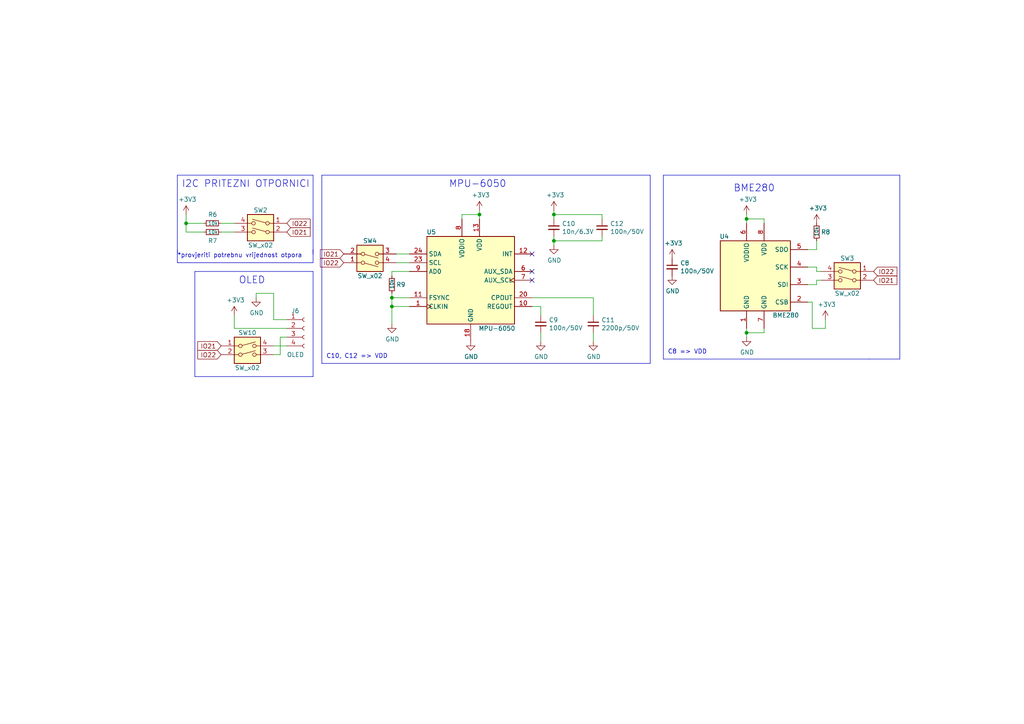
<source format=kicad_sch>
(kicad_sch (version 20230121) (generator eeschema)
  (paper "A4")
  (title_block (title "ESP32IoTPlatform") (date "2022-02-09") (rev "v4r1") (company "TVZ"))
  (lib_symbols
    (symbol "Connector:Conn_01x04_Female" (pin_names (offset 1.016) hide)
      (property "Reference" "J" (at 0 5.08 0))
      (property "Value" "Conn_01x04_Female" (at 0 -7.62 0))
      (symbol "Conn_01x04_Female_1_1"
        (arc (start 0 -4.572) (mid -0.5058 -5.08) (end 0 -5.588) (stroke (width 0.1524)))
        (arc (start 0 -2.032) (mid -0.5058 -2.54) (end 0 -3.048) (stroke (width 0.1524)))
        (polyline (pts (xy -1.27 -5.08) (xy -0.508 -5.08)) (stroke (width 0.1524)))
        (polyline (pts (xy -1.27 -2.54) (xy -0.508 -2.54)) (stroke (width 0.1524)))
        (polyline (pts (xy -1.27 0) (xy -0.508 0)) (stroke (width 0.1524)))
        (polyline (pts (xy -1.27 2.54) (xy -0.508 2.54)) (stroke (width 0.1524)))
        (arc (start 0 0.508) (mid -0.5058 0) (end 0 -0.508) (stroke (width 0.1524)))
        (arc (start 0 3.048) (mid -0.5058 2.54) (end 0 2.032) (stroke (width 0.1524)))
        (pin passive line (at -5.08 2.54 0) (length 3.81) (name "Pin_1") (number "1"))
        (pin passive line (at -5.08 0 0) (length 3.81) (name "Pin_2") (number "2"))
        (pin passive line (at -5.08 -2.54 0) (length 3.81) (name "Pin_3") (number "3"))
        (pin passive line (at -5.08 -5.08 0) (length 3.81) (name "Pin_4") (number "4"))
      )
    )
    (symbol "Device:C_Small" (pin_numbers hide) (pin_names (offset 0.254) hide)
      (property "Reference" "C" (at 0.254 1.778 0))
      (property "Value" "C_Small" (at 0.254 -2.032 0))
      (symbol "C_Small_0_1"
        (polyline (pts (xy -1.524 -0.508) (xy 1.524 -0.508)) (stroke (width 0.3302)))
        (polyline (pts (xy -1.524 0.508) (xy 1.524 0.508)) (stroke (width 0.3048)))
      )
      (symbol "C_Small_1_1"
        (pin passive line (at 0 2.54 270) (length 2.032) (name "~") (number "1"))
        (pin passive line (at 0 -2.54 90) (length 2.032) (name "~") (number "2"))
      )
    )
    (symbol "Device:R_Small" (pin_numbers hide) (pin_names (offset 0.254) hide)
      (property "Reference" "R" (at 0.762 0.508 0))
      (property "Value" "R_Small" (at 0.762 -1.016 0))
      (symbol "R_Small_0_1"
        (rectangle (start -0.762 1.778) (end 0.762 -1.778) (stroke (width 0.2032)))
      )
      (symbol "R_Small_1_1"
        (pin passive line (at 0 2.54 270) (length 0.762) (name "~") (number "1"))
        (pin passive line (at 0 -2.54 90) (length 0.762) (name "~") (number "2"))
      )
    )
    (symbol "Sensor:BME280"
      (property "Reference" "U" (at -8.89 11.43 0))
      (property "Value" "BME280" (at 7.62 11.43 0))
      (symbol "BME280_0_1"
        (rectangle (start -10.16 10.16) (end 10.16 -10.16) (stroke (width 0.254)) (fill (type background)))
      )
      (symbol "BME280_1_1"
        (pin power_in line (at -2.54 -15.24 90) (length 5.08) (name "GND") (number "1"))
        (pin input line (at 15.24 -7.62 180) (length 5.08) (name "CSB") (number "2"))
        (pin bidirectional line (at 15.24 -2.54 180) (length 5.08) (name "SDI") (number "3"))
        (pin input line (at 15.24 2.54 180) (length 5.08) (name "SCK") (number "4"))
        (pin bidirectional line (at 15.24 7.62 180) (length 5.08) (name "SDO") (number "5"))
        (pin power_in line (at -2.54 15.24 270) (length 5.08) (name "VDDIO") (number "6"))
        (pin power_in line (at 2.54 -15.24 90) (length 5.08) (name "GND") (number "7"))
        (pin power_in line (at 2.54 15.24 270) (length 5.08) (name "VDD") (number "8"))
      )
    )
    (symbol "Sensor_Motion:MPU-6050"
      (property "Reference" "U" (at -11.43 13.97 0))
      (property "Value" "MPU-6050" (at 7.62 -13.97 0))
      (symbol "MPU-6050_0_1"
        (rectangle (start -12.7 12.7) (end 12.7 -12.7) (stroke (width 0.254)) (fill (type background)))
      )
      (symbol "MPU-6050_1_1"
        (pin input clock (at -17.78 -7.62 0) (length 5.08) (name "CLKIN") (number "1"))
        (pin passive line (at 17.78 -7.62 180) (length 5.08) (name "REGOUT") (number "10"))
        (pin input line (at -17.78 -5.08 0) (length 5.08) (name "FSYNC") (number "11"))
        (pin output line (at 17.78 7.62 180) (length 5.08) (name "INT") (number "12"))
        (pin power_in line (at 2.54 17.78 270) (length 5.08) (name "VDD") (number "13"))
        (pin power_in line (at 0 -17.78 90) (length 5.08) (name "GND") (number "18"))
        (pin passive line (at 17.78 -5.08 180) (length 5.08) (name "CPOUT") (number "20"))
        (pin input line (at -17.78 5.08 0) (length 5.08) (name "SCL") (number "23"))
        (pin bidirectional line (at -17.78 7.62 0) (length 5.08) (name "SDA") (number "24"))
        (pin bidirectional line (at 17.78 2.54 180) (length 5.08) (name "AUX_SDA") (number "6"))
        (pin output clock (at 17.78 0 180) (length 5.08) (name "AUX_SCL") (number "7"))
        (pin power_in line (at -2.54 17.78 270) (length 5.08) (name "VDDIO") (number "8"))
        (pin input line (at -17.78 2.54 0) (length 5.08) (name "AD0") (number "9"))
      )
    )
    (symbol "Switch:SW_DIP_x02" (pin_names (offset 0) hide)
      (property "Reference" "SW" (at 0 6.35 0))
      (property "Value" "SW_DIP_x02" (at 0 -3.81 0))
      (symbol "SW_DIP_x02_0_0"
        (circle (center -2.032 0) (radius 0.508))
        (circle (center -2.032 2.54) (radius 0.508))
        (polyline (pts (xy -1.524 0.127) (xy 2.3622 1.1684)))
        (polyline (pts (xy -1.524 2.667) (xy 2.3622 3.7084)))
        (circle (center 2.032 0) (radius 0.508))
        (circle (center 2.032 2.54) (radius 0.508))
      )
      (symbol "SW_DIP_x02_0_1"
        (rectangle (start -3.81 5.08) (end 3.81 -2.54) (stroke (width 0.254)) (fill (type background)))
      )
      (symbol "SW_DIP_x02_1_1"
        (pin passive line (at -7.62 2.54 0) (length 5.08) (name "~") (number "1"))
        (pin passive line (at -7.62 0 0) (length 5.08) (name "~") (number "2"))
        (pin passive line (at 7.62 0 180) (length 5.08) (name "~") (number "3"))
        (pin passive line (at 7.62 2.54 180) (length 5.08) (name "~") (number "4"))
      )
    )
    (symbol "power:+3V3" (power) (pin_names (offset 0))
      (property "Value" "+3V3" (at 0 3.556 0))
      (symbol "+3V3_0_1"
        (polyline (pts (xy -0.762 1.27) (xy 0 2.54)))
        (polyline (pts (xy 0 0) (xy 0 2.54)))
        (polyline (pts (xy 0 2.54) (xy 0.762 1.27)))
      )
      (symbol "+3V3_1_1"
        (pin power_in line (at 0 0 90) (length 0) hide (name "+3V3") (number "1"))
      )
    )
    (symbol "power:GND" (power) (pin_names (offset 0))
      (property "Value" "GND" (at 0 -3.81 0))
      (symbol "GND_0_1"
        (polyline (pts (xy 0 0) (xy 0 -1.27) (xy 1.27 -1.27) (xy 0 -2.54) (xy -1.27 -1.27) (xy 0 -1.27)))
      )
      (symbol "GND_1_1"
        (pin power_in line (at 0 0 270) (length 0) hide (name "GND") (number "1"))
      )
    )
  )
  (junction (at 113.665 88.9))
  (junction (at 139.065 62.23))
  (junction (at 160.655 62.23))
  (junction (at 53.975 64.77))
  (junction (at 216.535 96.52))
  (junction (at 113.665 86.36))
  (junction (at 216.535 63.5))
  (junction (at 160.655 69.85))
  (no_connect (at 154.305 73.66))
  (no_connect (at 154.305 81.28))
  (no_connect (at 154.305 78.74))
  (wire (pts (xy 74.295 86.36) (xy 74.295 85.09)))
  (wire (pts (xy 236.855 77.47) (xy 234.315 77.47)))
  (wire (pts (xy 174.625 68.58) (xy 174.625 69.85)))
  (wire (pts (xy 160.655 71.12) (xy 160.655 69.85)))
  (wire (pts (xy 174.625 62.23) (xy 174.625 63.5)))
  (polyline (pts (xy 52.705 76.2) (xy 51.435 76.2)))
  (wire (pts (xy 113.665 78.74) (xy 113.665 80.01)))
  (polyline (pts (xy 188.595 50.8) (xy 188.595 105.41)))
  (wire (pts (xy 172.085 86.36) (xy 154.305 86.36)))
  (wire (pts (xy 113.665 85.09) (xy 113.665 86.36)))
  (polyline (pts (xy 90.805 72.39) (xy 90.805 76.2)))
  (wire (pts (xy 172.085 99.06) (xy 172.085 96.52)))
  (wire (pts (xy 113.665 88.9) (xy 113.665 93.98)))
  (wire (pts (xy 235.585 87.63) (xy 235.585 95.25)))
  (wire (pts (xy 160.655 60.96) (xy 160.655 62.23)))
  (wire (pts (xy 239.395 95.25) (xy 239.395 92.71)))
  (wire (pts (xy 74.295 85.09) (xy 79.375 85.09)))
  (polyline (pts (xy 93.345 105.41) (xy 188.595 105.41)))
  (wire (pts (xy 113.665 86.36) (xy 113.665 88.9)))
  (wire (pts (xy 156.845 88.9) (xy 154.305 88.9)))
  (wire (pts (xy 64.135 64.77) (xy 67.945 64.77)))
  (polyline (pts (xy 93.345 50.8) (xy 188.595 50.8)))
  (wire (pts (xy 221.615 96.52) (xy 221.615 95.25)))
  (wire (pts (xy 133.985 63.5) (xy 133.985 62.23)))
  (wire (pts (xy 139.065 62.23) (xy 139.065 63.5)))
  (wire (pts (xy 156.845 91.44) (xy 156.845 88.9)))
  (wire (pts (xy 238.125 78.74) (xy 236.855 78.74)))
  (polyline (pts (xy 192.405 50.8) (xy 192.405 104.14)))
  (wire (pts (xy 81.28 97.79) (xy 83.185 97.79)))
  (wire (pts (xy 156.845 99.06) (xy 156.845 96.52)))
  (wire (pts (xy 236.855 82.55) (xy 236.855 81.28)))
  (wire (pts (xy 236.855 78.74) (xy 236.855 77.47)))
  (wire (pts (xy 172.085 86.36) (xy 172.085 91.44)))
  (wire (pts (xy 216.535 63.5) (xy 216.535 64.77)))
  (wire (pts (xy 139.065 60.96) (xy 139.065 62.23)))
  (wire (pts (xy 221.615 63.5) (xy 216.535 63.5)))
  (wire (pts (xy 118.745 88.9) (xy 113.665 88.9)))
  (polyline (pts (xy 56.515 78.74) (xy 56.515 109.22)))
  (wire (pts (xy 236.855 81.28) (xy 238.125 81.28)))
  (wire (pts (xy 67.945 91.44) (xy 67.945 95.25)))
  (polyline (pts (xy 192.405 104.14) (xy 252.095 104.14)))
  (polyline (pts (xy 90.805 73.66) (xy 90.805 50.8)))
  (wire (pts (xy 236.855 72.39) (xy 234.315 72.39)))
  (polyline (pts (xy 260.985 104.14) (xy 252.095 104.14)))
  (wire (pts (xy 118.745 76.2) (xy 114.935 76.2)))
  (wire (pts (xy 160.655 62.23) (xy 174.625 62.23)))
  (wire (pts (xy 235.585 95.25) (xy 239.395 95.25)))
  (wire (pts (xy 79.375 100.33) (xy 83.185 100.33)))
  (polyline (pts (xy 90.805 78.74) (xy 56.515 78.74)))
  (wire (pts (xy 216.535 63.5) (xy 216.535 62.23)))
  (wire (pts (xy 221.615 64.77) (xy 221.615 63.5)))
  (wire (pts (xy 236.855 69.85) (xy 236.855 72.39)))
  (wire (pts (xy 118.745 78.74) (xy 113.665 78.74)))
  (wire (pts (xy 160.655 63.5) (xy 160.655 62.23)))
  (wire (pts (xy 216.535 96.52) (xy 221.615 96.52)))
  (polyline (pts (xy 51.435 76.2) (xy 51.435 72.39)))
  (polyline (pts (xy 51.435 50.8) (xy 51.435 73.66)))
  (polyline (pts (xy 192.405 50.8) (xy 260.985 50.8)))
  (wire (pts (xy 133.985 62.23) (xy 139.065 62.23)))
  (wire (pts (xy 53.975 64.77) (xy 59.055 64.77)))
  (wire (pts (xy 234.315 82.55) (xy 236.855 82.55)))
  (wire (pts (xy 118.745 86.36) (xy 113.665 86.36)))
  (wire (pts (xy 79.375 92.71) (xy 83.185 92.71)))
  (polyline (pts (xy 260.985 50.8) (xy 260.985 93.98)))
  (wire (pts (xy 64.135 67.31) (xy 67.945 67.31)))
  (wire (pts (xy 81.28 102.87) (xy 81.28 97.79)))
  (wire (pts (xy 53.975 67.31) (xy 53.975 64.77)))
  (polyline (pts (xy 90.805 109.22) (xy 90.805 78.74)))
  (wire (pts (xy 174.625 69.85) (xy 160.655 69.85)))
  (wire (pts (xy 79.375 102.87) (xy 81.28 102.87)))
  (wire (pts (xy 79.375 85.09) (xy 79.375 92.71)))
  (polyline (pts (xy 260.985 93.98) (xy 260.985 104.14)))
  (polyline (pts (xy 51.435 76.2) (xy 90.805 76.2)))
  (wire (pts (xy 216.535 95.25) (xy 216.535 96.52)))
  (polyline (pts (xy 93.345 50.8) (xy 93.345 105.41)))
  (wire (pts (xy 216.535 97.79) (xy 216.535 96.52)))
  (wire (pts (xy 160.655 69.85) (xy 160.655 68.58)))
  (wire (pts (xy 59.055 67.31) (xy 53.975 67.31)))
  (polyline (pts (xy 90.805 50.8) (xy 51.435 50.8)))
  (wire (pts (xy 67.945 95.25) (xy 83.185 95.25)))
  (wire (pts (xy 234.315 87.63) (xy 235.585 87.63)))
  (wire (pts (xy 114.935 73.66) (xy 118.745 73.66)))
  (wire (pts (xy 53.975 62.23) (xy 53.975 64.77)))
  (polyline (pts (xy 56.515 109.22) (xy 90.805 109.22)))
  (text "BME280" (at 212.725 55.88 0) (effects (font (size 2.0066 2.0066)) (justify left bottom)))
  (text "*provjeriti potrebnu vrijednost otpora" (at 51.435 74.93 0) (effects (font (size 1.27 1.27)) (justify left bottom)))
  (text "OLED" (at 69.215 82.55 0) (effects (font (size 2.0066 2.0066)) (justify left bottom)))
  (text "I2C PRITEZNI OTPORNICI" (at 52.705 54.61 0) (effects (font (size 2.0066 2.0066)) (justify left bottom)))
  (text "C8 => VDD" (at 193.675 102.87 0) (effects (font (size 1.27 1.27)) (justify left bottom)))
  (text "MPU-6050" (at 130.175 54.61 0) (effects (font (size 2.0066 2.0066)) (justify left bottom)))
  (text "C10, C12 => VDD" (at 94.615 104.14 0) (effects (font (size 1.27 1.27)) (justify left bottom)))
  (global_label "IO21" (shape input) (at 64.135 100.33 180) (property "Intersheetrefs" "${INTERSHEET_REFS}" (effects hide)))
  (global_label "IO22" (shape input) (at 83.185 64.77 0) (property "Intersheetrefs" "${INTERSHEET_REFS}" (effects hide)))
  (global_label "IO22" (shape input) (at 64.135 102.87 180) (property "Intersheetrefs" "${INTERSHEET_REFS}" (effects hide)))
  (global_label "IO22" (shape input) (at 99.695 76.2 180) (property "Intersheetrefs" "${INTERSHEET_REFS}" (effects hide)))
  (global_label "IO21" (shape input) (at 253.365 81.28 0) (property "Intersheetrefs" "${INTERSHEET_REFS}" (effects hide)))
  (global_label "IO21" (shape input) (at 83.185 67.31 0) (property "Intersheetrefs" "${INTERSHEET_REFS}" (effects hide)))
  (global_label "IO22" (shape input) (at 253.365 78.74 0) (property "Intersheetrefs" "${INTERSHEET_REFS}" (effects hide)))
  (global_label "IO21" (shape input) (at 99.695 73.66 180) (property "Intersheetrefs" "${INTERSHEET_REFS}" (effects hide)))
  (symbol (lib_id "Device:R_Small") (at 61.595 64.77 90) (unit 1)
    (property "Reference" "R6" (at 60.325 62.23 90) (effects (justify right)))
    (property "Value" "10k" (at 60.325 64.77 90) (effects (font (size 1 1)) (justify right)))
    (property "Footprint" "Resistor_SMD:R_0805_2012Metric" (effects hide))
  )
  (symbol (lib_id "Switch:SW_DIP_x02") (at 245.745 81.28 0) (mirror y) (unit 1)
    (property "Reference" "SW3" (at 245.745 74.93 0))
    (property "Value" "SW_x02" (at 245.745 85.09 0))
    (property "Footprint" "Button_Switch_SMD:SW_DIP_SPSTx02_Slide_6.7x6.64mm_W6.73mm_P2.54mm_LowProfile_JPin" (effects hide))
  )
  (symbol (lib_id "power:GND") (at 113.665 93.98 0) (unit 1)
    (property "Reference" "#PWR0134" (effects hide))
    (property "Value" "GND" (at 113.792 98.3742 0))
  )
  (symbol (lib_id "Connector:Conn_01x04_Female") (at 88.265 95.25 0) (unit 1)
    (property "Reference" "J6" (at 84.455 90.17 0) (effects (justify left)))
    (property "Value" "OLED" (at 83.185 102.87 0) (effects (justify left)))
    (property "Footprint" "ESP32IoTPlatform:OLED" (effects hide))
  )
  (symbol (lib_id "Device:C_Small") (at 156.845 93.98 0) (unit 1)
    (property "Reference" "C9" (at 159.1818 92.8116 0) (effects (justify left)))
    (property "Value" "100n/50V" (at 159.1818 95.123 0) (effects (justify left)))
    (property "Footprint" "Capacitor_SMD:C_0805_2012Metric" (effects hide))
  )
  (symbol (lib_id "power:+3V3") (at 236.855 64.77 0) (unit 1)
    (property "Reference" "#PWR0126" (effects hide))
    (property "Value" "+3V3" (at 237.236 60.3758 0))
  )
  (symbol (lib_id "Switch:SW_DIP_x02") (at 107.315 73.66 0) (mirror x) (unit 1)
    (property "Reference" "SW4" (at 107.315 69.85 0))
    (property "Value" "SW_x02" (at 107.315 80.01 0))
    (property "Footprint" "Button_Switch_SMD:SW_DIP_SPSTx02_Slide_6.7x6.64mm_W6.73mm_P2.54mm_LowProfile_JPin" (effects hide))
  )
  (symbol (lib_id "Device:C_Small") (at 194.945 77.47 0) (unit 1)
    (property "Reference" "C8" (at 197.2818 76.3016 0) (effects (justify left)))
    (property "Value" "100n/50V" (at 197.2818 78.613 0) (effects (justify left)))
    (property "Footprint" "Capacitor_SMD:C_0805_2012Metric" (effects hide))
  )
  (symbol (lib_id "Switch:SW_DIP_x02") (at 75.565 67.31 0) (mirror y) (unit 1)
    (property "Reference" "SW2" (at 75.565 60.96 0))
    (property "Value" "SW_x02" (at 75.565 71.12 0))
    (property "Footprint" "Button_Switch_SMD:SW_DIP_SPSTx02_Slide_6.7x6.64mm_W6.73mm_P2.54mm_LowProfile_JPin" (effects hide))
  )
  (symbol (lib_id "Device:C_Small") (at 174.625 66.04 0) (unit 1)
    (property "Reference" "C12" (at 176.9618 64.8716 0) (effects (justify left)))
    (property "Value" "100n/50V" (at 176.9618 67.183 0) (effects (justify left)))
    (property "Footprint" "Capacitor_SMD:C_0805_2012Metric" (effects hide))
  )
  (symbol (lib_id "power:GND") (at 160.655 71.12 0) (unit 1)
    (property "Reference" "#PWR0122" (effects hide))
    (property "Value" "GND" (at 160.782 75.5142 0))
  )
  (symbol (lib_id "Device:R_Small") (at 113.665 82.55 180) (unit 1)
    (property "Reference" "R9" (at 114.935 82.55 0) (effects (justify right)))
    (property "Value" "10k" (at 113.665 83.82 90) (effects (font (size 1 1)) (justify right)))
    (property "Footprint" "Resistor_SMD:R_0805_2012Metric" (effects hide))
  )
  (symbol (lib_id "power:+3V3") (at 139.065 60.96 0) (unit 1)
    (property "Reference" "#PWR0133" (effects hide))
    (property "Value" "+3V3" (at 139.446 56.5658 0))
  )
  (symbol (lib_id "power:GND") (at 156.845 99.06 0) (unit 1)
    (property "Reference" "#PWR0132" (effects hide))
    (property "Value" "GND" (at 156.972 103.4542 0))
  )
  (symbol (lib_id "Sensor_Motion:MPU-6050") (at 136.525 81.28 0) (unit 1)
    (property "Reference" "U5" (at 125.095 67.31 0))
    (property "Value" "MPU-6050" (at 144.145 95.25 0))
    (property "Footprint" "Sensor_Motion:InvenSense_QFN-24_4x4mm_P0.5mm" (effects hide))
    (property "Datasheet" "https://store.invensense.com/datasheets/invensense/MPU-6050_DataSheet_V3%204.pdf" (effects hide))
  )
  (symbol (lib_id "power:GND") (at 216.535 97.79 0) (unit 1)
    (property "Reference" "#PWR0127" (effects hide))
    (property "Value" "GND" (at 216.662 102.1842 0))
  )
  (symbol (lib_id "power:+3V3") (at 67.945 91.44 0) (unit 1)
    (property "Reference" "#PWR0120" (effects hide))
    (property "Value" "+3V3" (at 68.326 87.0458 0))
  )
  (symbol (lib_id "power:+3V3") (at 239.395 92.71 0) (unit 1)
    (property "Reference" "#PWR0128" (effects hide))
    (property "Value" "+3V3" (at 239.776 88.3158 0))
  )
  (symbol (lib_id "power:GND") (at 74.295 86.36 0) (unit 1)
    (property "Reference" "#PWR0119" (effects hide))
    (property "Value" "GND" (at 74.422 90.7542 0))
  )
  (symbol (lib_id "power:+3V3") (at 53.975 62.23 0) (unit 1)
    (property "Reference" "#PWR0121" (effects hide))
    (property "Value" "+3V3" (at 54.356 57.8358 0))
  )
  (symbol (lib_id "Switch:SW_DIP_x02") (at 71.755 102.87 0) (unit 1)
    (property "Reference" "SW10" (at 71.755 96.52 0))
    (property "Value" "SW_x02" (at 71.755 106.68 0))
    (property "Footprint" "Button_Switch_SMD:SW_DIP_SPSTx02_Slide_6.7x6.64mm_W6.73mm_P2.54mm_LowProfile_JPin" (effects hide))
  )
  (symbol (lib_id "Device:C_Small") (at 160.655 66.04 0) (unit 1)
    (property "Reference" "C10" (at 162.9918 64.8716 0) (effects (justify left)))
    (property "Value" "10n/6.3V" (at 162.9918 67.183 0) (effects (justify left)))
    (property "Footprint" "Capacitor_SMD:C_0805_2012Metric" (effects hide))
  )
  (symbol (lib_id "Device:C_Small") (at 172.085 93.98 0) (unit 1)
    (property "Reference" "C11" (at 174.4218 92.8116 0) (effects (justify left)))
    (property "Value" "2200p/50V" (at 174.4218 95.123 0) (effects (justify left)))
    (property "Footprint" "Capacitor_SMD:C_0805_2012Metric" (effects hide))
  )
  (symbol (lib_id "power:GND") (at 194.945 80.01 0) (unit 1)
    (property "Reference" "#PWR0124" (effects hide))
    (property "Value" "GND" (at 195.072 84.4042 0))
  )
  (symbol (lib_id "power:GND") (at 172.085 99.06 0) (unit 1)
    (property "Reference" "#PWR0131" (effects hide))
    (property "Value" "GND" (at 172.212 103.4542 0))
  )
  (symbol (lib_id "Device:R_Small") (at 236.855 67.31 180) (unit 1)
    (property "Reference" "R8" (at 238.125 67.31 0) (effects (justify right)))
    (property "Value" "10k" (at 236.855 68.58 90) (effects (font (size 1 1)) (justify right)))
    (property "Footprint" "Resistor_SMD:R_0805_2012Metric" (effects hide))
  )
  (symbol (lib_id "Sensor:BME280") (at 219.075 80.01 0) (unit 1)
    (property "Reference" "U4" (at 211.455 68.58 0) (effects (justify right)))
    (property "Value" "BME280" (at 231.775 91.44 0) (effects (justify right)))
    (property "Footprint" "ESP32IoTPlatform:Bosch_LGA-8_2.5x2.5mm_P0.65mm_ClockwisePinNumbering" (effects hide))
    (property "Datasheet" "https://ae-bst.resource.bosch.com/media/_tech/media/datasheets/BST-BME280-DS002.pdf" (effects hide))
  )
  (symbol (lib_id "power:+3V3") (at 194.945 74.93 0) (unit 1)
    (property "Reference" "#PWR0123" (effects hide))
    (property "Value" "+3V3" (at 195.326 70.5358 0))
  )
  (symbol (lib_id "power:GND") (at 136.525 99.06 0) (unit 1)
    (property "Reference" "#PWR0129" (effects hide))
    (property "Value" "GND" (at 136.652 103.4542 0))
  )
  (symbol (lib_id "Device:R_Small") (at 61.595 67.31 90) (unit 1)
    (property "Reference" "R7" (at 60.325 69.85 90) (effects (justify right)))
    (property "Value" "10k" (at 60.325 67.31 90) (effects (font (size 1 1)) (justify right)))
    (property "Footprint" "Resistor_SMD:R_0805_2012Metric" (effects hide))
  )
  (symbol (lib_id "power:+3V3") (at 216.535 62.23 0) (unit 1)
    (property "Reference" "#PWR0125" (effects hide))
    (property "Value" "+3V3" (at 216.916 57.8358 0))
  )
  (symbol (lib_id "power:+3V3") (at 160.655 60.96 0) (unit 1)
    (property "Reference" "#PWR0130" (effects hide))
    (property "Value" "+3V3" (at 161.036 56.5658 0))
  )
)
</source>
